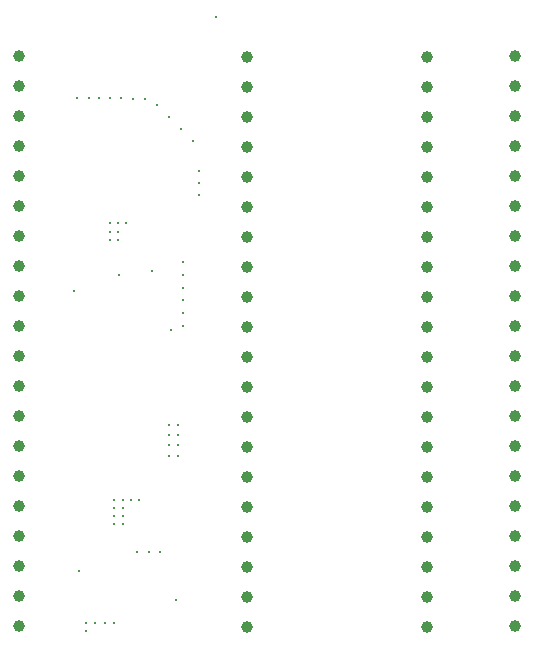
<source format=gbr>
%TF.GenerationSoftware,KiCad,Pcbnew,9.0.2*%
%TF.CreationDate,2025-06-04T20:07:24+07:00*%
%TF.ProjectId,Pneumatic,506e6575-6d61-4746-9963-2e6b69636164,rev?*%
%TF.SameCoordinates,Original*%
%TF.FileFunction,Plated,1,2,PTH,Drill*%
%TF.FilePolarity,Positive*%
%FSLAX46Y46*%
G04 Gerber Fmt 4.6, Leading zero omitted, Abs format (unit mm)*
G04 Created by KiCad (PCBNEW 9.0.2) date 2025-06-04 20:07:24*
%MOMM*%
%LPD*%
G01*
G04 APERTURE LIST*
%TA.AperFunction,ViaDrill*%
%ADD10C,0.300000*%
%TD*%
%TA.AperFunction,ComponentDrill*%
%ADD11C,1.000000*%
%TD*%
G04 APERTURE END LIST*
D10*
X100700000Y-88900000D03*
X100958875Y-72602149D03*
X101150000Y-112650000D03*
X101700000Y-117000000D03*
X101700000Y-117700000D03*
X101927442Y-72618292D03*
X102500000Y-117000000D03*
X102847581Y-72618292D03*
X103300000Y-117000000D03*
X103700000Y-83200000D03*
X103700000Y-83900000D03*
X103700000Y-84600000D03*
X103735434Y-72602149D03*
X104100000Y-106600000D03*
X104100000Y-107300000D03*
X104100000Y-108000000D03*
X104100000Y-108700000D03*
X104100000Y-117000000D03*
X104400000Y-83200000D03*
X104400000Y-83900000D03*
X104400000Y-84600000D03*
X104500000Y-87600000D03*
X104648000Y-72600000D03*
X104800000Y-106600000D03*
X104800000Y-107300000D03*
X104800000Y-108000000D03*
X104800000Y-108700000D03*
X105100000Y-83200000D03*
X105500000Y-106600000D03*
X105664000Y-72644000D03*
X106000000Y-111000000D03*
X106200000Y-106600000D03*
X106680000Y-72644000D03*
X107000000Y-111000000D03*
X107300000Y-87200000D03*
X107696000Y-73152000D03*
X108000000Y-111000000D03*
X108700000Y-100300000D03*
X108700000Y-101100000D03*
X108700000Y-102000000D03*
X108700000Y-102900000D03*
X108712000Y-74168000D03*
X108900000Y-92200000D03*
X109300000Y-115100000D03*
X109500000Y-100300000D03*
X109500000Y-101100000D03*
X109500000Y-102000000D03*
X109500000Y-102900000D03*
X109728000Y-75184000D03*
X109895010Y-89677348D03*
X109895010Y-90777348D03*
X109895010Y-91877348D03*
X109900000Y-86500000D03*
X109900000Y-87600000D03*
X109900000Y-88700000D03*
X110744000Y-76200000D03*
X111252000Y-78740000D03*
X111252000Y-79756000D03*
X111252000Y-80772000D03*
X112750000Y-65700000D03*
D11*
%TO.C,J1*%
X96000000Y-69000000D03*
X96000000Y-71540000D03*
X96000000Y-74080000D03*
X96000000Y-76620000D03*
X96000000Y-79160000D03*
X96000000Y-81700000D03*
X96000000Y-84240000D03*
X96000000Y-86780000D03*
X96000000Y-89320000D03*
X96000000Y-91860000D03*
X96000000Y-94400000D03*
X96000000Y-96940000D03*
X96000000Y-99480000D03*
X96000000Y-102020000D03*
X96000000Y-104560000D03*
X96000000Y-107100000D03*
X96000000Y-109640000D03*
X96000000Y-112180000D03*
X96000000Y-114720000D03*
X96000000Y-117260000D03*
%TO.C,U1*%
X115336000Y-69088000D03*
X115336000Y-71628000D03*
X115336000Y-74168000D03*
X115336000Y-76708000D03*
X115336000Y-79248000D03*
X115336000Y-81788000D03*
X115336000Y-84328000D03*
X115336000Y-86868000D03*
X115336000Y-89408000D03*
X115336000Y-91948000D03*
X115336000Y-94488000D03*
X115336000Y-97028000D03*
X115336000Y-99568000D03*
X115336000Y-102108000D03*
X115336000Y-104648000D03*
X115336000Y-107188000D03*
X115336000Y-109728000D03*
X115336000Y-112268000D03*
X115336000Y-114808000D03*
X115336000Y-117348000D03*
X130556000Y-69088000D03*
X130556000Y-71628000D03*
X130556000Y-74168000D03*
X130556000Y-76708000D03*
X130556000Y-79248000D03*
X130556000Y-81788000D03*
X130556000Y-84328000D03*
X130556000Y-86868000D03*
X130556000Y-89408000D03*
X130556000Y-91948000D03*
X130556000Y-94488000D03*
X130556000Y-97028000D03*
X130556000Y-99568000D03*
X130556000Y-102108000D03*
X130556000Y-104648000D03*
X130556000Y-107188000D03*
X130556000Y-109728000D03*
X130556000Y-112268000D03*
X130556000Y-114808000D03*
X130556000Y-117348000D03*
%TO.C,J2*%
X138000000Y-69000000D03*
X138000000Y-71540000D03*
X138000000Y-74080000D03*
X138000000Y-76620000D03*
X138000000Y-79160000D03*
X138000000Y-81700000D03*
X138000000Y-84240000D03*
X138000000Y-86780000D03*
X138000000Y-89320000D03*
X138000000Y-91860000D03*
X138000000Y-94400000D03*
X138000000Y-96940000D03*
X138000000Y-99480000D03*
X138000000Y-102020000D03*
X138000000Y-104560000D03*
X138000000Y-107100000D03*
X138000000Y-109640000D03*
X138000000Y-112180000D03*
X138000000Y-114720000D03*
X138000000Y-117260000D03*
M02*

</source>
